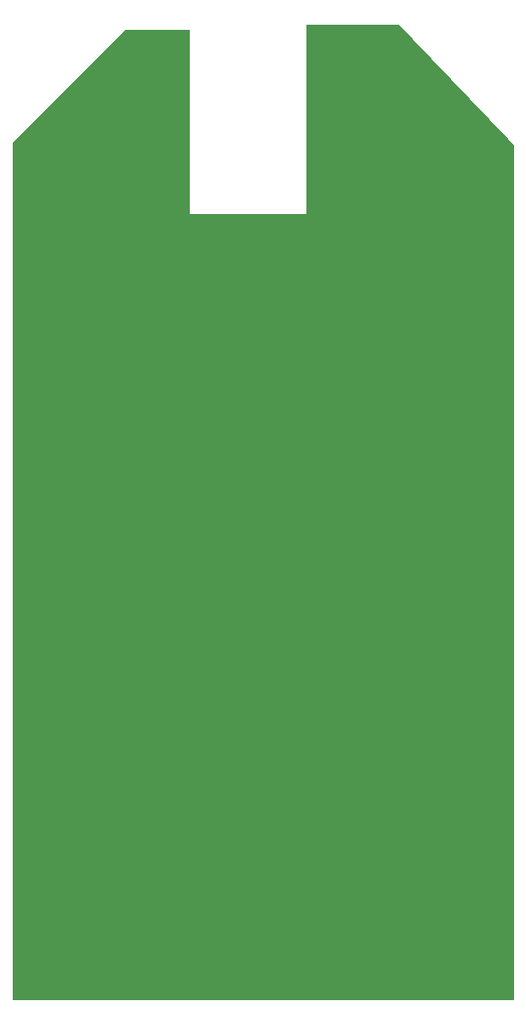
<source format=gbr>
%TF.GenerationSoftware,KiCad,Pcbnew,8.0.8*%
%TF.CreationDate,2025-02-26T13:49:19-08:00*%
%TF.ProjectId,pLUFsPCB,704c5546-7350-4434-922e-6b696361645f,1*%
%TF.SameCoordinates,Original*%
%TF.FileFunction,Profile,NP*%
%FSLAX46Y46*%
G04 Gerber Fmt 4.6, Leading zero omitted, Abs format (unit mm)*
G04 Created by KiCad (PCBNEW 8.0.8) date 2025-02-26 13:49:19*
%MOMM*%
%LPD*%
G01*
G04 APERTURE LIST*
%TA.AperFunction,Profile*%
%ADD10C,0.100000*%
%TD*%
%TA.AperFunction,Profile*%
%ADD11C,0.050000*%
%TD*%
G04 APERTURE END LIST*
D10*
X138684000Y-60452000D02*
X138684000Y-145288000D01*
X88900000Y-145288000D01*
X88900000Y-60198000D01*
X100076000Y-49022000D01*
X106426000Y-49022000D01*
X106426000Y-67310000D01*
X118110000Y-67310000D01*
X118110000Y-48514000D01*
X127254000Y-48514000D01*
X138684000Y-60452000D01*
%TA.AperFunction,Profile*%
G36*
X138684000Y-60452000D02*
G01*
X138684000Y-145288000D01*
X88900000Y-145288000D01*
X88900000Y-60198000D01*
X100076000Y-49022000D01*
X106426000Y-49022000D01*
X106426000Y-67310000D01*
X118110000Y-67310000D01*
X118110000Y-48514000D01*
X127254000Y-48514000D01*
X138684000Y-60452000D01*
G37*
%TD.AperFunction*%
D11*
%TO.C,M1*%
X126925000Y-130100000D02*
G75*
G02*
X125025000Y-130100000I-950000J0D01*
G01*
X125025000Y-130100000D02*
G75*
G02*
X126925000Y-130100000I950000J0D01*
G01*
X114425000Y-120100000D02*
G75*
G02*
X110525000Y-120100000I-1950000J0D01*
G01*
X110525000Y-120100000D02*
G75*
G02*
X114425000Y-120100000I1950000J0D01*
G01*
X104775000Y-139100000D02*
G75*
G02*
X102175000Y-139100000I-1300000J0D01*
G01*
X102175000Y-139100000D02*
G75*
G02*
X104775000Y-139100000I1300000J0D01*
G01*
X99925000Y-130100000D02*
G75*
G02*
X98025000Y-130100000I-950000J0D01*
G01*
X98025000Y-130100000D02*
G75*
G02*
X99925000Y-130100000I950000J0D01*
G01*
%TD*%
M02*

</source>
